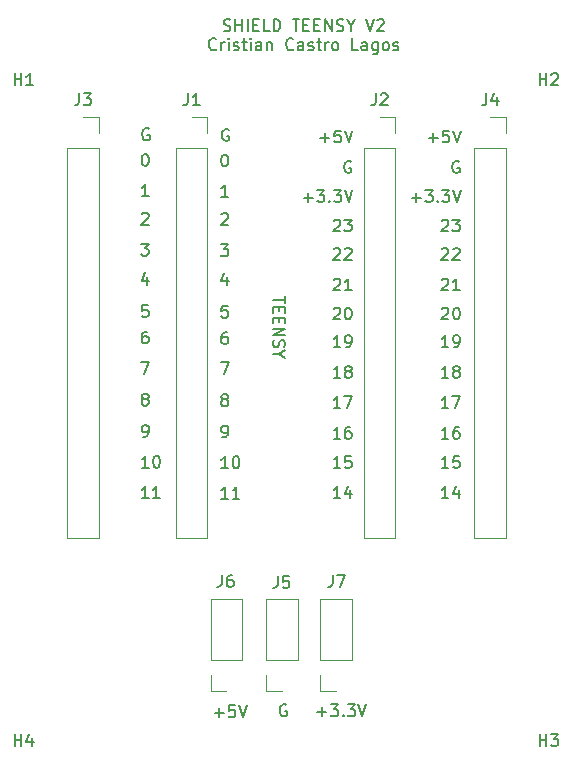
<source format=gbr>
%TF.GenerationSoftware,KiCad,Pcbnew,(6.0.9)*%
%TF.CreationDate,2024-12-27T08:11:02-03:00*%
%TF.ProjectId,shield teensy_v2,73686965-6c64-4207-9465-656e73795f76,rev?*%
%TF.SameCoordinates,Original*%
%TF.FileFunction,Legend,Top*%
%TF.FilePolarity,Positive*%
%FSLAX46Y46*%
G04 Gerber Fmt 4.6, Leading zero omitted, Abs format (unit mm)*
G04 Created by KiCad (PCBNEW (6.0.9)) date 2024-12-27 08:11:02*
%MOMM*%
%LPD*%
G01*
G04 APERTURE LIST*
%ADD10C,0.150000*%
%ADD11C,0.120000*%
G04 APERTURE END LIST*
D10*
X177030237Y-107968094D02*
X176458809Y-107968094D01*
X176744523Y-107968094D02*
X176744523Y-106968094D01*
X176649285Y-107110952D01*
X176554047Y-107206190D01*
X176458809Y-107253809D01*
X177887380Y-107301428D02*
X177887380Y-107968094D01*
X177649285Y-106920475D02*
X177411190Y-107634761D01*
X178030237Y-107634761D01*
X185614524Y-89487619D02*
X185662143Y-89440000D01*
X185757381Y-89392380D01*
X185995476Y-89392380D01*
X186090714Y-89440000D01*
X186138333Y-89487619D01*
X186185952Y-89582857D01*
X186185952Y-89678095D01*
X186138333Y-89820952D01*
X185566905Y-90392380D01*
X186185952Y-90392380D01*
X187138333Y-90392380D02*
X186566905Y-90392380D01*
X186852619Y-90392380D02*
X186852619Y-89392380D01*
X186757381Y-89535238D01*
X186662143Y-89630476D01*
X186566905Y-89678095D01*
X185614524Y-86912619D02*
X185662143Y-86865000D01*
X185757381Y-86817380D01*
X185995476Y-86817380D01*
X186090714Y-86865000D01*
X186138333Y-86912619D01*
X186185952Y-87007857D01*
X186185952Y-87103095D01*
X186138333Y-87245952D01*
X185566905Y-87817380D01*
X186185952Y-87817380D01*
X186566905Y-86912619D02*
X186614524Y-86865000D01*
X186709762Y-86817380D01*
X186947857Y-86817380D01*
X187043095Y-86865000D01*
X187090714Y-86912619D01*
X187138333Y-87007857D01*
X187138333Y-87103095D01*
X187090714Y-87245952D01*
X186519286Y-87817380D01*
X187138333Y-87817380D01*
X183075715Y-82521428D02*
X183837619Y-82521428D01*
X183456667Y-82902380D02*
X183456667Y-82140476D01*
X184218572Y-81902380D02*
X184837619Y-81902380D01*
X184504286Y-82283333D01*
X184647143Y-82283333D01*
X184742381Y-82330952D01*
X184790000Y-82378571D01*
X184837619Y-82473809D01*
X184837619Y-82711904D01*
X184790000Y-82807142D01*
X184742381Y-82854761D01*
X184647143Y-82902380D01*
X184361429Y-82902380D01*
X184266191Y-82854761D01*
X184218572Y-82807142D01*
X185266191Y-82807142D02*
X185313810Y-82854761D01*
X185266191Y-82902380D01*
X185218572Y-82854761D01*
X185266191Y-82807142D01*
X185266191Y-82902380D01*
X185647143Y-81902380D02*
X186266191Y-81902380D01*
X185932857Y-82283333D01*
X186075715Y-82283333D01*
X186170953Y-82330952D01*
X186218572Y-82378571D01*
X186266191Y-82473809D01*
X186266191Y-82711904D01*
X186218572Y-82807142D01*
X186170953Y-82854761D01*
X186075715Y-82902380D01*
X185790000Y-82902380D01*
X185694762Y-82854761D01*
X185647143Y-82807142D01*
X186551905Y-81902380D02*
X186885238Y-82902380D01*
X187218572Y-81902380D01*
X160462380Y-78842380D02*
X160557619Y-78842380D01*
X160652857Y-78890000D01*
X160700476Y-78937619D01*
X160748095Y-79032857D01*
X160795714Y-79223333D01*
X160795714Y-79461428D01*
X160748095Y-79651904D01*
X160700476Y-79747142D01*
X160652857Y-79794761D01*
X160557619Y-79842380D01*
X160462380Y-79842380D01*
X160367142Y-79794761D01*
X160319523Y-79747142D01*
X160271904Y-79651904D01*
X160224285Y-79461428D01*
X160224285Y-79223333D01*
X160271904Y-79032857D01*
X160319523Y-78937619D01*
X160367142Y-78890000D01*
X160462380Y-78842380D01*
X186185952Y-105417380D02*
X185614524Y-105417380D01*
X185900238Y-105417380D02*
X185900238Y-104417380D01*
X185805000Y-104560238D01*
X185709762Y-104655476D01*
X185614524Y-104703095D01*
X187090714Y-104417380D02*
X186614524Y-104417380D01*
X186566905Y-104893571D01*
X186614524Y-104845952D01*
X186709762Y-104798333D01*
X186947857Y-104798333D01*
X187043095Y-104845952D01*
X187090714Y-104893571D01*
X187138333Y-104988809D01*
X187138333Y-105226904D01*
X187090714Y-105322142D01*
X187043095Y-105369761D01*
X186947857Y-105417380D01*
X186709762Y-105417380D01*
X186614524Y-105369761D01*
X186566905Y-105322142D01*
X177919999Y-79475714D02*
X177824761Y-79428094D01*
X177681904Y-79428094D01*
X177539047Y-79475714D01*
X177443809Y-79570952D01*
X177396190Y-79666190D01*
X177348571Y-79856666D01*
X177348571Y-79999523D01*
X177396190Y-80189999D01*
X177443809Y-80285237D01*
X177539047Y-80380475D01*
X177681904Y-80428094D01*
X177777142Y-80428094D01*
X177919999Y-80380475D01*
X177967618Y-80332856D01*
X177967618Y-79999523D01*
X177777142Y-79999523D01*
X167529523Y-105437380D02*
X166958095Y-105437380D01*
X167243809Y-105437380D02*
X167243809Y-104437380D01*
X167148571Y-104580238D01*
X167053333Y-104675476D01*
X166958095Y-104723095D01*
X168148571Y-104437380D02*
X168243809Y-104437380D01*
X168339047Y-104485000D01*
X168386666Y-104532619D01*
X168434285Y-104627857D01*
X168481904Y-104818333D01*
X168481904Y-105056428D01*
X168434285Y-105246904D01*
X168386666Y-105342142D01*
X168339047Y-105389761D01*
X168243809Y-105437380D01*
X168148571Y-105437380D01*
X168053333Y-105389761D01*
X168005714Y-105342142D01*
X167958095Y-105246904D01*
X167910476Y-105056428D01*
X167910476Y-104818333D01*
X167958095Y-104627857D01*
X168005714Y-104532619D01*
X168053333Y-104485000D01*
X168148571Y-104437380D01*
X167144285Y-68389761D02*
X167287142Y-68437380D01*
X167525238Y-68437380D01*
X167620476Y-68389761D01*
X167668095Y-68342142D01*
X167715714Y-68246904D01*
X167715714Y-68151666D01*
X167668095Y-68056428D01*
X167620476Y-68008809D01*
X167525238Y-67961190D01*
X167334761Y-67913571D01*
X167239523Y-67865952D01*
X167191904Y-67818333D01*
X167144285Y-67723095D01*
X167144285Y-67627857D01*
X167191904Y-67532619D01*
X167239523Y-67485000D01*
X167334761Y-67437380D01*
X167572857Y-67437380D01*
X167715714Y-67485000D01*
X168144285Y-68437380D02*
X168144285Y-67437380D01*
X168144285Y-67913571D02*
X168715714Y-67913571D01*
X168715714Y-68437380D02*
X168715714Y-67437380D01*
X169191904Y-68437380D02*
X169191904Y-67437380D01*
X169668095Y-67913571D02*
X170001428Y-67913571D01*
X170144285Y-68437380D02*
X169668095Y-68437380D01*
X169668095Y-67437380D01*
X170144285Y-67437380D01*
X171049047Y-68437380D02*
X170572857Y-68437380D01*
X170572857Y-67437380D01*
X171382380Y-68437380D02*
X171382380Y-67437380D01*
X171620476Y-67437380D01*
X171763333Y-67485000D01*
X171858571Y-67580238D01*
X171906190Y-67675476D01*
X171953809Y-67865952D01*
X171953809Y-68008809D01*
X171906190Y-68199285D01*
X171858571Y-68294523D01*
X171763333Y-68389761D01*
X171620476Y-68437380D01*
X171382380Y-68437380D01*
X173001428Y-67437380D02*
X173572857Y-67437380D01*
X173287142Y-68437380D02*
X173287142Y-67437380D01*
X173906190Y-67913571D02*
X174239523Y-67913571D01*
X174382380Y-68437380D02*
X173906190Y-68437380D01*
X173906190Y-67437380D01*
X174382380Y-67437380D01*
X174810952Y-67913571D02*
X175144285Y-67913571D01*
X175287142Y-68437380D02*
X174810952Y-68437380D01*
X174810952Y-67437380D01*
X175287142Y-67437380D01*
X175715714Y-68437380D02*
X175715714Y-67437380D01*
X176287142Y-68437380D01*
X176287142Y-67437380D01*
X176715714Y-68389761D02*
X176858571Y-68437380D01*
X177096666Y-68437380D01*
X177191904Y-68389761D01*
X177239523Y-68342142D01*
X177287142Y-68246904D01*
X177287142Y-68151666D01*
X177239523Y-68056428D01*
X177191904Y-68008809D01*
X177096666Y-67961190D01*
X176906190Y-67913571D01*
X176810952Y-67865952D01*
X176763333Y-67818333D01*
X176715714Y-67723095D01*
X176715714Y-67627857D01*
X176763333Y-67532619D01*
X176810952Y-67485000D01*
X176906190Y-67437380D01*
X177144285Y-67437380D01*
X177287142Y-67485000D01*
X177906190Y-67961190D02*
X177906190Y-68437380D01*
X177572857Y-67437380D02*
X177906190Y-67961190D01*
X178239523Y-67437380D01*
X179191904Y-67437380D02*
X179525238Y-68437380D01*
X179858571Y-67437380D01*
X180144285Y-67532619D02*
X180191904Y-67485000D01*
X180287142Y-67437380D01*
X180525238Y-67437380D01*
X180620476Y-67485000D01*
X180668095Y-67532619D01*
X180715714Y-67627857D01*
X180715714Y-67723095D01*
X180668095Y-67865952D01*
X180096666Y-68437380D01*
X180715714Y-68437380D01*
X166525238Y-69952142D02*
X166477619Y-69999761D01*
X166334761Y-70047380D01*
X166239523Y-70047380D01*
X166096666Y-69999761D01*
X166001428Y-69904523D01*
X165953809Y-69809285D01*
X165906190Y-69618809D01*
X165906190Y-69475952D01*
X165953809Y-69285476D01*
X166001428Y-69190238D01*
X166096666Y-69095000D01*
X166239523Y-69047380D01*
X166334761Y-69047380D01*
X166477619Y-69095000D01*
X166525238Y-69142619D01*
X166953809Y-70047380D02*
X166953809Y-69380714D01*
X166953809Y-69571190D02*
X167001428Y-69475952D01*
X167049047Y-69428333D01*
X167144285Y-69380714D01*
X167239523Y-69380714D01*
X167572857Y-70047380D02*
X167572857Y-69380714D01*
X167572857Y-69047380D02*
X167525238Y-69095000D01*
X167572857Y-69142619D01*
X167620476Y-69095000D01*
X167572857Y-69047380D01*
X167572857Y-69142619D01*
X168001428Y-69999761D02*
X168096666Y-70047380D01*
X168287142Y-70047380D01*
X168382380Y-69999761D01*
X168430000Y-69904523D01*
X168430000Y-69856904D01*
X168382380Y-69761666D01*
X168287142Y-69714047D01*
X168144285Y-69714047D01*
X168049047Y-69666428D01*
X168001428Y-69571190D01*
X168001428Y-69523571D01*
X168049047Y-69428333D01*
X168144285Y-69380714D01*
X168287142Y-69380714D01*
X168382380Y-69428333D01*
X168715714Y-69380714D02*
X169096666Y-69380714D01*
X168858571Y-69047380D02*
X168858571Y-69904523D01*
X168906190Y-69999761D01*
X169001428Y-70047380D01*
X169096666Y-70047380D01*
X169430000Y-70047380D02*
X169430000Y-69380714D01*
X169430000Y-69047380D02*
X169382380Y-69095000D01*
X169430000Y-69142619D01*
X169477619Y-69095000D01*
X169430000Y-69047380D01*
X169430000Y-69142619D01*
X170334761Y-70047380D02*
X170334761Y-69523571D01*
X170287142Y-69428333D01*
X170191904Y-69380714D01*
X170001428Y-69380714D01*
X169906190Y-69428333D01*
X170334761Y-69999761D02*
X170239523Y-70047380D01*
X170001428Y-70047380D01*
X169906190Y-69999761D01*
X169858571Y-69904523D01*
X169858571Y-69809285D01*
X169906190Y-69714047D01*
X170001428Y-69666428D01*
X170239523Y-69666428D01*
X170334761Y-69618809D01*
X170810952Y-69380714D02*
X170810952Y-70047380D01*
X170810952Y-69475952D02*
X170858571Y-69428333D01*
X170953809Y-69380714D01*
X171096666Y-69380714D01*
X171191904Y-69428333D01*
X171239523Y-69523571D01*
X171239523Y-70047380D01*
X173049047Y-69952142D02*
X173001428Y-69999761D01*
X172858571Y-70047380D01*
X172763333Y-70047380D01*
X172620476Y-69999761D01*
X172525238Y-69904523D01*
X172477619Y-69809285D01*
X172430000Y-69618809D01*
X172430000Y-69475952D01*
X172477619Y-69285476D01*
X172525238Y-69190238D01*
X172620476Y-69095000D01*
X172763333Y-69047380D01*
X172858571Y-69047380D01*
X173001428Y-69095000D01*
X173049047Y-69142619D01*
X173906190Y-70047380D02*
X173906190Y-69523571D01*
X173858571Y-69428333D01*
X173763333Y-69380714D01*
X173572857Y-69380714D01*
X173477619Y-69428333D01*
X173906190Y-69999761D02*
X173810952Y-70047380D01*
X173572857Y-70047380D01*
X173477619Y-69999761D01*
X173430000Y-69904523D01*
X173430000Y-69809285D01*
X173477619Y-69714047D01*
X173572857Y-69666428D01*
X173810952Y-69666428D01*
X173906190Y-69618809D01*
X174334761Y-69999761D02*
X174430000Y-70047380D01*
X174620476Y-70047380D01*
X174715714Y-69999761D01*
X174763333Y-69904523D01*
X174763333Y-69856904D01*
X174715714Y-69761666D01*
X174620476Y-69714047D01*
X174477619Y-69714047D01*
X174382380Y-69666428D01*
X174334761Y-69571190D01*
X174334761Y-69523571D01*
X174382380Y-69428333D01*
X174477619Y-69380714D01*
X174620476Y-69380714D01*
X174715714Y-69428333D01*
X175049047Y-69380714D02*
X175430000Y-69380714D01*
X175191904Y-69047380D02*
X175191904Y-69904523D01*
X175239523Y-69999761D01*
X175334761Y-70047380D01*
X175430000Y-70047380D01*
X175763333Y-70047380D02*
X175763333Y-69380714D01*
X175763333Y-69571190D02*
X175810952Y-69475952D01*
X175858571Y-69428333D01*
X175953809Y-69380714D01*
X176049047Y-69380714D01*
X176525238Y-70047380D02*
X176430000Y-69999761D01*
X176382380Y-69952142D01*
X176334761Y-69856904D01*
X176334761Y-69571190D01*
X176382380Y-69475952D01*
X176430000Y-69428333D01*
X176525238Y-69380714D01*
X176668095Y-69380714D01*
X176763333Y-69428333D01*
X176810952Y-69475952D01*
X176858571Y-69571190D01*
X176858571Y-69856904D01*
X176810952Y-69952142D01*
X176763333Y-69999761D01*
X176668095Y-70047380D01*
X176525238Y-70047380D01*
X178525238Y-70047380D02*
X178049047Y-70047380D01*
X178049047Y-69047380D01*
X179287142Y-70047380D02*
X179287142Y-69523571D01*
X179239523Y-69428333D01*
X179144285Y-69380714D01*
X178953809Y-69380714D01*
X178858571Y-69428333D01*
X179287142Y-69999761D02*
X179191904Y-70047380D01*
X178953809Y-70047380D01*
X178858571Y-69999761D01*
X178810952Y-69904523D01*
X178810952Y-69809285D01*
X178858571Y-69714047D01*
X178953809Y-69666428D01*
X179191904Y-69666428D01*
X179287142Y-69618809D01*
X180191904Y-69380714D02*
X180191904Y-70190238D01*
X180144285Y-70285476D01*
X180096666Y-70333095D01*
X180001428Y-70380714D01*
X179858571Y-70380714D01*
X179763333Y-70333095D01*
X180191904Y-69999761D02*
X180096666Y-70047380D01*
X179906190Y-70047380D01*
X179810952Y-69999761D01*
X179763333Y-69952142D01*
X179715714Y-69856904D01*
X179715714Y-69571190D01*
X179763333Y-69475952D01*
X179810952Y-69428333D01*
X179906190Y-69380714D01*
X180096666Y-69380714D01*
X180191904Y-69428333D01*
X180810952Y-70047380D02*
X180715714Y-69999761D01*
X180668095Y-69952142D01*
X180620476Y-69856904D01*
X180620476Y-69571190D01*
X180668095Y-69475952D01*
X180715714Y-69428333D01*
X180810952Y-69380714D01*
X180953809Y-69380714D01*
X181049047Y-69428333D01*
X181096666Y-69475952D01*
X181144285Y-69571190D01*
X181144285Y-69856904D01*
X181096666Y-69952142D01*
X181049047Y-69999761D01*
X180953809Y-70047380D01*
X180810952Y-70047380D01*
X181525238Y-69999761D02*
X181620476Y-70047380D01*
X181810952Y-70047380D01*
X181906190Y-69999761D01*
X181953809Y-69904523D01*
X181953809Y-69856904D01*
X181906190Y-69761666D01*
X181810952Y-69714047D01*
X181668095Y-69714047D01*
X181572857Y-69666428D01*
X181525238Y-69571190D01*
X181525238Y-69523571D01*
X181572857Y-69428333D01*
X181668095Y-69380714D01*
X181810952Y-69380714D01*
X181906190Y-69428333D01*
X167434285Y-93912380D02*
X167243809Y-93912380D01*
X167148570Y-93960000D01*
X167100951Y-94007619D01*
X167005713Y-94150476D01*
X166958094Y-94340952D01*
X166958094Y-94721904D01*
X167005713Y-94817142D01*
X167053332Y-94864761D01*
X167148570Y-94912380D01*
X167339047Y-94912380D01*
X167434285Y-94864761D01*
X167481904Y-94817142D01*
X167529523Y-94721904D01*
X167529523Y-94483809D01*
X167481904Y-94388571D01*
X167434285Y-94340952D01*
X167339047Y-94293333D01*
X167148570Y-94293333D01*
X167053332Y-94340952D01*
X167005713Y-94388571D01*
X166958094Y-94483809D01*
X184504285Y-77471428D02*
X185266190Y-77471428D01*
X184885238Y-77852380D02*
X184885238Y-77090476D01*
X186218571Y-76852380D02*
X185742380Y-76852380D01*
X185694761Y-77328571D01*
X185742380Y-77280952D01*
X185837619Y-77233333D01*
X186075714Y-77233333D01*
X186170952Y-77280952D01*
X186218571Y-77328571D01*
X186266190Y-77423809D01*
X186266190Y-77661904D01*
X186218571Y-77757142D01*
X186170952Y-77804761D01*
X186075714Y-77852380D01*
X185837619Y-77852380D01*
X185742380Y-77804761D01*
X185694761Y-77757142D01*
X186551904Y-76852380D02*
X186885238Y-77852380D01*
X187218571Y-76852380D01*
X166910475Y-86487380D02*
X167529523Y-86487380D01*
X167196189Y-86868333D01*
X167339047Y-86868333D01*
X167434285Y-86915952D01*
X167481904Y-86963571D01*
X167529523Y-87058809D01*
X167529523Y-87296904D01*
X167481904Y-87392142D01*
X167434285Y-87439761D01*
X167339047Y-87487380D01*
X167053332Y-87487380D01*
X166958094Y-87439761D01*
X166910475Y-87392142D01*
X186185952Y-107967380D02*
X185614524Y-107967380D01*
X185900238Y-107967380D02*
X185900238Y-106967380D01*
X185805000Y-107110238D01*
X185709762Y-107205476D01*
X185614524Y-107253095D01*
X187043095Y-107300714D02*
X187043095Y-107967380D01*
X186805000Y-106919761D02*
X186566905Y-107634047D01*
X187185952Y-107634047D01*
X175090000Y-126061428D02*
X175851904Y-126061428D01*
X175470952Y-126442380D02*
X175470952Y-125680476D01*
X176232857Y-125442380D02*
X176851904Y-125442380D01*
X176518571Y-125823333D01*
X176661428Y-125823333D01*
X176756666Y-125870952D01*
X176804285Y-125918571D01*
X176851904Y-126013809D01*
X176851904Y-126251904D01*
X176804285Y-126347142D01*
X176756666Y-126394761D01*
X176661428Y-126442380D01*
X176375714Y-126442380D01*
X176280476Y-126394761D01*
X176232857Y-126347142D01*
X177280476Y-126347142D02*
X177328095Y-126394761D01*
X177280476Y-126442380D01*
X177232857Y-126394761D01*
X177280476Y-126347142D01*
X177280476Y-126442380D01*
X177661428Y-125442380D02*
X178280476Y-125442380D01*
X177947142Y-125823333D01*
X178090000Y-125823333D01*
X178185238Y-125870952D01*
X178232857Y-125918571D01*
X178280476Y-126013809D01*
X178280476Y-126251904D01*
X178232857Y-126347142D01*
X178185238Y-126394761D01*
X178090000Y-126442380D01*
X177804285Y-126442380D01*
X177709047Y-126394761D01*
X177661428Y-126347142D01*
X178566190Y-125442380D02*
X178899523Y-126442380D01*
X179232857Y-125442380D01*
X167529523Y-82437380D02*
X166958094Y-82437380D01*
X167243809Y-82437380D02*
X167243809Y-81437380D01*
X167148570Y-81580238D01*
X167053332Y-81675476D01*
X166958094Y-81723095D01*
X167148570Y-99615952D02*
X167053332Y-99568333D01*
X167005713Y-99520714D01*
X166958094Y-99425476D01*
X166958094Y-99377857D01*
X167005713Y-99282619D01*
X167053332Y-99235000D01*
X167148570Y-99187380D01*
X167339047Y-99187380D01*
X167434285Y-99235000D01*
X167481904Y-99282619D01*
X167529523Y-99377857D01*
X167529523Y-99425476D01*
X167481904Y-99520714D01*
X167434285Y-99568333D01*
X167339047Y-99615952D01*
X167148570Y-99615952D01*
X167053332Y-99663571D01*
X167005713Y-99711190D01*
X166958094Y-99806428D01*
X166958094Y-99996904D01*
X167005713Y-100092142D01*
X167053332Y-100139761D01*
X167148570Y-100187380D01*
X167339047Y-100187380D01*
X167434285Y-100139761D01*
X167481904Y-100092142D01*
X167529523Y-99996904D01*
X167529523Y-99806428D01*
X167481904Y-99711190D01*
X167434285Y-99663571D01*
X167339047Y-99615952D01*
X167529523Y-108012380D02*
X166958095Y-108012380D01*
X167243809Y-108012380D02*
X167243809Y-107012380D01*
X167148571Y-107155238D01*
X167053333Y-107250476D01*
X166958095Y-107298095D01*
X168481904Y-108012380D02*
X167910476Y-108012380D01*
X168196190Y-108012380D02*
X168196190Y-107012380D01*
X168100952Y-107155238D01*
X168005714Y-107250476D01*
X167910476Y-107298095D01*
X160176666Y-96442380D02*
X160843333Y-96442380D01*
X160414761Y-97442380D01*
X160700476Y-89225714D02*
X160700476Y-89892380D01*
X160462380Y-88844761D02*
X160224285Y-89559047D01*
X160843333Y-89559047D01*
X160833095Y-76720000D02*
X160737857Y-76672380D01*
X160595000Y-76672380D01*
X160452143Y-76720000D01*
X160356905Y-76815238D01*
X160309286Y-76910476D01*
X160261667Y-77100952D01*
X160261667Y-77243809D01*
X160309286Y-77434285D01*
X160356905Y-77529523D01*
X160452143Y-77624761D01*
X160595000Y-77672380D01*
X160690238Y-77672380D01*
X160833095Y-77624761D01*
X160880714Y-77577142D01*
X160880714Y-77243809D01*
X160690238Y-77243809D01*
X160224285Y-83912619D02*
X160271904Y-83865000D01*
X160367142Y-83817380D01*
X160605238Y-83817380D01*
X160700476Y-83865000D01*
X160748095Y-83912619D01*
X160795714Y-84007857D01*
X160795714Y-84103095D01*
X160748095Y-84245952D01*
X160176666Y-84817380D01*
X160795714Y-84817380D01*
X176458809Y-86913333D02*
X176506428Y-86865714D01*
X176601666Y-86818094D01*
X176839761Y-86818094D01*
X176934999Y-86865714D01*
X176982618Y-86913333D01*
X177030237Y-87008571D01*
X177030237Y-87103809D01*
X176982618Y-87246666D01*
X176411190Y-87818094D01*
X177030237Y-87818094D01*
X177411190Y-86913333D02*
X177458809Y-86865714D01*
X177554047Y-86818094D01*
X177792142Y-86818094D01*
X177887380Y-86865714D01*
X177934999Y-86913333D01*
X177982618Y-87008571D01*
X177982618Y-87103809D01*
X177934999Y-87246666D01*
X177363571Y-87818094D01*
X177982618Y-87818094D01*
X167434285Y-89270714D02*
X167434285Y-89937380D01*
X167196189Y-88889761D02*
X166958094Y-89604047D01*
X167577142Y-89604047D01*
X175348570Y-77472142D02*
X176110475Y-77472142D01*
X175729523Y-77853094D02*
X175729523Y-77091190D01*
X177062856Y-76853094D02*
X176586665Y-76853094D01*
X176539046Y-77329285D01*
X176586665Y-77281666D01*
X176681904Y-77234047D01*
X176919999Y-77234047D01*
X177015237Y-77281666D01*
X177062856Y-77329285D01*
X177110475Y-77424523D01*
X177110475Y-77662618D01*
X177062856Y-77757856D01*
X177015237Y-77805475D01*
X176919999Y-77853094D01*
X176681904Y-77853094D01*
X176586665Y-77805475D01*
X176539046Y-77757856D01*
X177396189Y-76853094D02*
X177729523Y-77853094D01*
X178062856Y-76853094D01*
X177030237Y-102943094D02*
X176458809Y-102943094D01*
X176744523Y-102943094D02*
X176744523Y-101943094D01*
X176649285Y-102085952D01*
X176554047Y-102181190D01*
X176458809Y-102228809D01*
X177887380Y-101943094D02*
X177696904Y-101943094D01*
X177601666Y-101990714D01*
X177554047Y-102038333D01*
X177458809Y-102181190D01*
X177411190Y-102371666D01*
X177411190Y-102752618D01*
X177458809Y-102847856D01*
X177506428Y-102895475D01*
X177601666Y-102943094D01*
X177792142Y-102943094D01*
X177887380Y-102895475D01*
X177934999Y-102847856D01*
X177982618Y-102752618D01*
X177982618Y-102514523D01*
X177934999Y-102419285D01*
X177887380Y-102371666D01*
X177792142Y-102324047D01*
X177601666Y-102324047D01*
X177506428Y-102371666D01*
X177458809Y-102419285D01*
X177411190Y-102514523D01*
X167566904Y-76765000D02*
X167471666Y-76717380D01*
X167328809Y-76717380D01*
X167185952Y-76765000D01*
X167090714Y-76860238D01*
X167043095Y-76955476D01*
X166995476Y-77145952D01*
X166995476Y-77288809D01*
X167043095Y-77479285D01*
X167090714Y-77574523D01*
X167185952Y-77669761D01*
X167328809Y-77717380D01*
X167424047Y-77717380D01*
X167566904Y-77669761D01*
X167614523Y-77622142D01*
X167614523Y-77288809D01*
X167424047Y-77288809D01*
X177030237Y-105418094D02*
X176458809Y-105418094D01*
X176744523Y-105418094D02*
X176744523Y-104418094D01*
X176649285Y-104560952D01*
X176554047Y-104656190D01*
X176458809Y-104703809D01*
X177934999Y-104418094D02*
X177458809Y-104418094D01*
X177411190Y-104894285D01*
X177458809Y-104846666D01*
X177554047Y-104799047D01*
X177792142Y-104799047D01*
X177887380Y-104846666D01*
X177934999Y-104894285D01*
X177982618Y-104989523D01*
X177982618Y-105227618D01*
X177934999Y-105322856D01*
X177887380Y-105370475D01*
X177792142Y-105418094D01*
X177554047Y-105418094D01*
X177458809Y-105370475D01*
X177411190Y-105322856D01*
X177030237Y-100368094D02*
X176458809Y-100368094D01*
X176744523Y-100368094D02*
X176744523Y-99368094D01*
X176649285Y-99510952D01*
X176554047Y-99606190D01*
X176458809Y-99653809D01*
X177363571Y-99368094D02*
X178030237Y-99368094D01*
X177601666Y-100368094D01*
X187075714Y-79475000D02*
X186980476Y-79427380D01*
X186837619Y-79427380D01*
X186694762Y-79475000D01*
X186599524Y-79570238D01*
X186551905Y-79665476D01*
X186504286Y-79855952D01*
X186504286Y-79998809D01*
X186551905Y-80189285D01*
X186599524Y-80284523D01*
X186694762Y-80379761D01*
X186837619Y-80427380D01*
X186932857Y-80427380D01*
X187075714Y-80379761D01*
X187123333Y-80332142D01*
X187123333Y-79998809D01*
X186932857Y-79998809D01*
X160795714Y-105392380D02*
X160224286Y-105392380D01*
X160510000Y-105392380D02*
X160510000Y-104392380D01*
X160414762Y-104535238D01*
X160319524Y-104630476D01*
X160224286Y-104678095D01*
X161414762Y-104392380D02*
X161510000Y-104392380D01*
X161605238Y-104440000D01*
X161652857Y-104487619D01*
X161700476Y-104582857D01*
X161748095Y-104773333D01*
X161748095Y-105011428D01*
X161700476Y-105201904D01*
X161652857Y-105297142D01*
X161605238Y-105344761D01*
X161510000Y-105392380D01*
X161414762Y-105392380D01*
X161319524Y-105344761D01*
X161271905Y-105297142D01*
X161224286Y-105201904D01*
X161176667Y-105011428D01*
X161176667Y-104773333D01*
X161224286Y-104582857D01*
X161271905Y-104487619D01*
X161319524Y-104440000D01*
X161414762Y-104392380D01*
X176458809Y-91938333D02*
X176506428Y-91890714D01*
X176601666Y-91843094D01*
X176839761Y-91843094D01*
X176934999Y-91890714D01*
X176982618Y-91938333D01*
X177030237Y-92033571D01*
X177030237Y-92128809D01*
X176982618Y-92271666D01*
X176411190Y-92843094D01*
X177030237Y-92843094D01*
X177649285Y-91843094D02*
X177744523Y-91843094D01*
X177839761Y-91890714D01*
X177887380Y-91938333D01*
X177934999Y-92033571D01*
X177982618Y-92224047D01*
X177982618Y-92462142D01*
X177934999Y-92652618D01*
X177887380Y-92747856D01*
X177839761Y-92795475D01*
X177744523Y-92843094D01*
X177649285Y-92843094D01*
X177554047Y-92795475D01*
X177506428Y-92747856D01*
X177458809Y-92652618D01*
X177411190Y-92462142D01*
X177411190Y-92224047D01*
X177458809Y-92033571D01*
X177506428Y-91938333D01*
X177554047Y-91890714D01*
X177649285Y-91843094D01*
X186185952Y-95192380D02*
X185614524Y-95192380D01*
X185900238Y-95192380D02*
X185900238Y-94192380D01*
X185805000Y-94335238D01*
X185709762Y-94430476D01*
X185614524Y-94478095D01*
X186662143Y-95192380D02*
X186852619Y-95192380D01*
X186947857Y-95144761D01*
X186995476Y-95097142D01*
X187090714Y-94954285D01*
X187138333Y-94763809D01*
X187138333Y-94382857D01*
X187090714Y-94287619D01*
X187043095Y-94240000D01*
X186947857Y-94192380D01*
X186757381Y-94192380D01*
X186662143Y-94240000D01*
X186614524Y-94287619D01*
X186566905Y-94382857D01*
X186566905Y-94620952D01*
X186614524Y-94716190D01*
X186662143Y-94763809D01*
X186757381Y-94811428D01*
X186947857Y-94811428D01*
X187043095Y-94763809D01*
X187090714Y-94716190D01*
X187138333Y-94620952D01*
X167196189Y-78887380D02*
X167291428Y-78887380D01*
X167386666Y-78935000D01*
X167434285Y-78982619D01*
X167481904Y-79077857D01*
X167529523Y-79268333D01*
X167529523Y-79506428D01*
X167481904Y-79696904D01*
X167434285Y-79792142D01*
X167386666Y-79839761D01*
X167291428Y-79887380D01*
X167196189Y-79887380D01*
X167100951Y-79839761D01*
X167053332Y-79792142D01*
X167005713Y-79696904D01*
X166958094Y-79506428D01*
X166958094Y-79268333D01*
X167005713Y-79077857D01*
X167053332Y-78982619D01*
X167100951Y-78935000D01*
X167196189Y-78887380D01*
X166958094Y-83957619D02*
X167005713Y-83910000D01*
X167100951Y-83862380D01*
X167339047Y-83862380D01*
X167434285Y-83910000D01*
X167481904Y-83957619D01*
X167529523Y-84052857D01*
X167529523Y-84148095D01*
X167481904Y-84290952D01*
X166910475Y-84862380D01*
X167529523Y-84862380D01*
X172461904Y-125490000D02*
X172366666Y-125442380D01*
X172223809Y-125442380D01*
X172080952Y-125490000D01*
X171985714Y-125585238D01*
X171938095Y-125680476D01*
X171890476Y-125870952D01*
X171890476Y-126013809D01*
X171938095Y-126204285D01*
X171985714Y-126299523D01*
X172080952Y-126394761D01*
X172223809Y-126442380D01*
X172319047Y-126442380D01*
X172461904Y-126394761D01*
X172509523Y-126347142D01*
X172509523Y-126013809D01*
X172319047Y-126013809D01*
X160176666Y-86442380D02*
X160795714Y-86442380D01*
X160462380Y-86823333D01*
X160605238Y-86823333D01*
X160700476Y-86870952D01*
X160748095Y-86918571D01*
X160795714Y-87013809D01*
X160795714Y-87251904D01*
X160748095Y-87347142D01*
X160700476Y-87394761D01*
X160605238Y-87442380D01*
X160319523Y-87442380D01*
X160224285Y-87394761D01*
X160176666Y-87347142D01*
X186185952Y-102942380D02*
X185614524Y-102942380D01*
X185900238Y-102942380D02*
X185900238Y-101942380D01*
X185805000Y-102085238D01*
X185709762Y-102180476D01*
X185614524Y-102228095D01*
X187043095Y-101942380D02*
X186852619Y-101942380D01*
X186757381Y-101990000D01*
X186709762Y-102037619D01*
X186614524Y-102180476D01*
X186566905Y-102370952D01*
X186566905Y-102751904D01*
X186614524Y-102847142D01*
X186662143Y-102894761D01*
X186757381Y-102942380D01*
X186947857Y-102942380D01*
X187043095Y-102894761D01*
X187090714Y-102847142D01*
X187138333Y-102751904D01*
X187138333Y-102513809D01*
X187090714Y-102418571D01*
X187043095Y-102370952D01*
X186947857Y-102323333D01*
X186757381Y-102323333D01*
X186662143Y-102370952D01*
X186614524Y-102418571D01*
X186566905Y-102513809D01*
X176458809Y-89488333D02*
X176506428Y-89440714D01*
X176601666Y-89393094D01*
X176839761Y-89393094D01*
X176934999Y-89440714D01*
X176982618Y-89488333D01*
X177030237Y-89583571D01*
X177030237Y-89678809D01*
X176982618Y-89821666D01*
X176411190Y-90393094D01*
X177030237Y-90393094D01*
X177982618Y-90393094D02*
X177411190Y-90393094D01*
X177696904Y-90393094D02*
X177696904Y-89393094D01*
X177601666Y-89535952D01*
X177506428Y-89631190D01*
X177411190Y-89678809D01*
X160795714Y-82392380D02*
X160224285Y-82392380D01*
X160510000Y-82392380D02*
X160510000Y-81392380D01*
X160414761Y-81535238D01*
X160319523Y-81630476D01*
X160224285Y-81678095D01*
X186185952Y-97792380D02*
X185614524Y-97792380D01*
X185900238Y-97792380D02*
X185900238Y-96792380D01*
X185805000Y-96935238D01*
X185709762Y-97030476D01*
X185614524Y-97078095D01*
X186757381Y-97220952D02*
X186662143Y-97173333D01*
X186614524Y-97125714D01*
X186566905Y-97030476D01*
X186566905Y-96982857D01*
X186614524Y-96887619D01*
X186662143Y-96840000D01*
X186757381Y-96792380D01*
X186947857Y-96792380D01*
X187043095Y-96840000D01*
X187090714Y-96887619D01*
X187138333Y-96982857D01*
X187138333Y-97030476D01*
X187090714Y-97125714D01*
X187043095Y-97173333D01*
X186947857Y-97220952D01*
X186757381Y-97220952D01*
X186662143Y-97268571D01*
X186614524Y-97316190D01*
X186566905Y-97411428D01*
X186566905Y-97601904D01*
X186614524Y-97697142D01*
X186662143Y-97744761D01*
X186757381Y-97792380D01*
X186947857Y-97792380D01*
X187043095Y-97744761D01*
X187090714Y-97697142D01*
X187138333Y-97601904D01*
X187138333Y-97411428D01*
X187090714Y-97316190D01*
X187043095Y-97268571D01*
X186947857Y-97220952D01*
X167053332Y-102837380D02*
X167243809Y-102837380D01*
X167339047Y-102789761D01*
X167386666Y-102742142D01*
X167481904Y-102599285D01*
X167529523Y-102408809D01*
X167529523Y-102027857D01*
X167481904Y-101932619D01*
X167434285Y-101885000D01*
X167339047Y-101837380D01*
X167148570Y-101837380D01*
X167053332Y-101885000D01*
X167005713Y-101932619D01*
X166958094Y-102027857D01*
X166958094Y-102265952D01*
X167005713Y-102361190D01*
X167053332Y-102408809D01*
X167148570Y-102456428D01*
X167339047Y-102456428D01*
X167434285Y-102408809D01*
X167481904Y-102361190D01*
X167529523Y-102265952D01*
X160748095Y-91642380D02*
X160271904Y-91642380D01*
X160224285Y-92118571D01*
X160271904Y-92070952D01*
X160367142Y-92023333D01*
X160605238Y-92023333D01*
X160700476Y-92070952D01*
X160748095Y-92118571D01*
X160795714Y-92213809D01*
X160795714Y-92451904D01*
X160748095Y-92547142D01*
X160700476Y-92594761D01*
X160605238Y-92642380D01*
X160367142Y-92642380D01*
X160271904Y-92594761D01*
X160224285Y-92547142D01*
X166910475Y-96487380D02*
X167577142Y-96487380D01*
X167148570Y-97487380D01*
X173920000Y-82522142D02*
X174681904Y-82522142D01*
X174300952Y-82903094D02*
X174300952Y-82141190D01*
X175062857Y-81903094D02*
X175681904Y-81903094D01*
X175348571Y-82284047D01*
X175491428Y-82284047D01*
X175586666Y-82331666D01*
X175634285Y-82379285D01*
X175681904Y-82474523D01*
X175681904Y-82712618D01*
X175634285Y-82807856D01*
X175586666Y-82855475D01*
X175491428Y-82903094D01*
X175205714Y-82903094D01*
X175110476Y-82855475D01*
X175062857Y-82807856D01*
X176110476Y-82807856D02*
X176158095Y-82855475D01*
X176110476Y-82903094D01*
X176062857Y-82855475D01*
X176110476Y-82807856D01*
X176110476Y-82903094D01*
X176491428Y-81903094D02*
X177110476Y-81903094D01*
X176777142Y-82284047D01*
X176920000Y-82284047D01*
X177015238Y-82331666D01*
X177062857Y-82379285D01*
X177110476Y-82474523D01*
X177110476Y-82712618D01*
X177062857Y-82807856D01*
X177015238Y-82855475D01*
X176920000Y-82903094D01*
X176634285Y-82903094D01*
X176539047Y-82855475D01*
X176491428Y-82807856D01*
X177396190Y-81903094D02*
X177729523Y-82903094D01*
X178062857Y-81903094D01*
X160414761Y-99570952D02*
X160319523Y-99523333D01*
X160271904Y-99475714D01*
X160224285Y-99380476D01*
X160224285Y-99332857D01*
X160271904Y-99237619D01*
X160319523Y-99190000D01*
X160414761Y-99142380D01*
X160605238Y-99142380D01*
X160700476Y-99190000D01*
X160748095Y-99237619D01*
X160795714Y-99332857D01*
X160795714Y-99380476D01*
X160748095Y-99475714D01*
X160700476Y-99523333D01*
X160605238Y-99570952D01*
X160414761Y-99570952D01*
X160319523Y-99618571D01*
X160271904Y-99666190D01*
X160224285Y-99761428D01*
X160224285Y-99951904D01*
X160271904Y-100047142D01*
X160319523Y-100094761D01*
X160414761Y-100142380D01*
X160605238Y-100142380D01*
X160700476Y-100094761D01*
X160748095Y-100047142D01*
X160795714Y-99951904D01*
X160795714Y-99761428D01*
X160748095Y-99666190D01*
X160700476Y-99618571D01*
X160605238Y-99570952D01*
X185614524Y-91937619D02*
X185662143Y-91890000D01*
X185757381Y-91842380D01*
X185995476Y-91842380D01*
X186090714Y-91890000D01*
X186138333Y-91937619D01*
X186185952Y-92032857D01*
X186185952Y-92128095D01*
X186138333Y-92270952D01*
X185566905Y-92842380D01*
X186185952Y-92842380D01*
X186805000Y-91842380D02*
X186900238Y-91842380D01*
X186995476Y-91890000D01*
X187043095Y-91937619D01*
X187090714Y-92032857D01*
X187138333Y-92223333D01*
X187138333Y-92461428D01*
X187090714Y-92651904D01*
X187043095Y-92747142D01*
X186995476Y-92794761D01*
X186900238Y-92842380D01*
X186805000Y-92842380D01*
X186709762Y-92794761D01*
X186662143Y-92747142D01*
X186614524Y-92651904D01*
X186566905Y-92461428D01*
X186566905Y-92223333D01*
X186614524Y-92032857D01*
X186662143Y-91937619D01*
X186709762Y-91890000D01*
X186805000Y-91842380D01*
X186185952Y-100367380D02*
X185614524Y-100367380D01*
X185900238Y-100367380D02*
X185900238Y-99367380D01*
X185805000Y-99510238D01*
X185709762Y-99605476D01*
X185614524Y-99653095D01*
X186519286Y-99367380D02*
X187185952Y-99367380D01*
X186757381Y-100367380D01*
X176458809Y-84488333D02*
X176506428Y-84440714D01*
X176601666Y-84393094D01*
X176839761Y-84393094D01*
X176934999Y-84440714D01*
X176982618Y-84488333D01*
X177030237Y-84583571D01*
X177030237Y-84678809D01*
X176982618Y-84821666D01*
X176411190Y-85393094D01*
X177030237Y-85393094D01*
X177363571Y-84393094D02*
X177982618Y-84393094D01*
X177649285Y-84774047D01*
X177792142Y-84774047D01*
X177887380Y-84821666D01*
X177934999Y-84869285D01*
X177982618Y-84964523D01*
X177982618Y-85202618D01*
X177934999Y-85297856D01*
X177887380Y-85345475D01*
X177792142Y-85393094D01*
X177506428Y-85393094D01*
X177411190Y-85345475D01*
X177363571Y-85297856D01*
X160795714Y-107967380D02*
X160224286Y-107967380D01*
X160510000Y-107967380D02*
X160510000Y-106967380D01*
X160414762Y-107110238D01*
X160319524Y-107205476D01*
X160224286Y-107253095D01*
X161748095Y-107967380D02*
X161176667Y-107967380D01*
X161462381Y-107967380D02*
X161462381Y-106967380D01*
X161367143Y-107110238D01*
X161271905Y-107205476D01*
X161176667Y-107253095D01*
X172338333Y-90901666D02*
X172338333Y-91473094D01*
X171338333Y-91187380D02*
X172338333Y-91187380D01*
X171862142Y-91806428D02*
X171862142Y-92139761D01*
X171338333Y-92282618D02*
X171338333Y-91806428D01*
X172338333Y-91806428D01*
X172338333Y-92282618D01*
X171862142Y-92711190D02*
X171862142Y-93044523D01*
X171338333Y-93187380D02*
X171338333Y-92711190D01*
X172338333Y-92711190D01*
X172338333Y-93187380D01*
X171338333Y-93615952D02*
X172338333Y-93615952D01*
X171338333Y-94187380D01*
X172338333Y-94187380D01*
X171385952Y-94615952D02*
X171338333Y-94758809D01*
X171338333Y-94996904D01*
X171385952Y-95092142D01*
X171433571Y-95139761D01*
X171528809Y-95187380D01*
X171624047Y-95187380D01*
X171719285Y-95139761D01*
X171766904Y-95092142D01*
X171814523Y-94996904D01*
X171862142Y-94806428D01*
X171909761Y-94711190D01*
X171957380Y-94663571D01*
X172052618Y-94615952D01*
X172147856Y-94615952D01*
X172243094Y-94663571D01*
X172290714Y-94711190D01*
X172338333Y-94806428D01*
X172338333Y-95044523D01*
X172290714Y-95187380D01*
X171814523Y-95806428D02*
X171338333Y-95806428D01*
X172338333Y-95473094D02*
X171814523Y-95806428D01*
X172338333Y-96139761D01*
X160319523Y-102792380D02*
X160510000Y-102792380D01*
X160605238Y-102744761D01*
X160652857Y-102697142D01*
X160748095Y-102554285D01*
X160795714Y-102363809D01*
X160795714Y-101982857D01*
X160748095Y-101887619D01*
X160700476Y-101840000D01*
X160605238Y-101792380D01*
X160414761Y-101792380D01*
X160319523Y-101840000D01*
X160271904Y-101887619D01*
X160224285Y-101982857D01*
X160224285Y-102220952D01*
X160271904Y-102316190D01*
X160319523Y-102363809D01*
X160414761Y-102411428D01*
X160605238Y-102411428D01*
X160700476Y-102363809D01*
X160748095Y-102316190D01*
X160795714Y-102220952D01*
X166394285Y-126141428D02*
X167156190Y-126141428D01*
X166775238Y-126522380D02*
X166775238Y-125760476D01*
X168108571Y-125522380D02*
X167632380Y-125522380D01*
X167584761Y-125998571D01*
X167632380Y-125950952D01*
X167727619Y-125903333D01*
X167965714Y-125903333D01*
X168060952Y-125950952D01*
X168108571Y-125998571D01*
X168156190Y-126093809D01*
X168156190Y-126331904D01*
X168108571Y-126427142D01*
X168060952Y-126474761D01*
X167965714Y-126522380D01*
X167727619Y-126522380D01*
X167632380Y-126474761D01*
X167584761Y-126427142D01*
X168441904Y-125522380D02*
X168775238Y-126522380D01*
X169108571Y-125522380D01*
X177030237Y-95193094D02*
X176458809Y-95193094D01*
X176744523Y-95193094D02*
X176744523Y-94193094D01*
X176649285Y-94335952D01*
X176554047Y-94431190D01*
X176458809Y-94478809D01*
X177506428Y-95193094D02*
X177696904Y-95193094D01*
X177792142Y-95145475D01*
X177839761Y-95097856D01*
X177934999Y-94954999D01*
X177982618Y-94764523D01*
X177982618Y-94383571D01*
X177934999Y-94288333D01*
X177887380Y-94240714D01*
X177792142Y-94193094D01*
X177601666Y-94193094D01*
X177506428Y-94240714D01*
X177458809Y-94288333D01*
X177411190Y-94383571D01*
X177411190Y-94621666D01*
X177458809Y-94716904D01*
X177506428Y-94764523D01*
X177601666Y-94812142D01*
X177792142Y-94812142D01*
X177887380Y-94764523D01*
X177934999Y-94716904D01*
X177982618Y-94621666D01*
X160700476Y-93867380D02*
X160510000Y-93867380D01*
X160414761Y-93915000D01*
X160367142Y-93962619D01*
X160271904Y-94105476D01*
X160224285Y-94295952D01*
X160224285Y-94676904D01*
X160271904Y-94772142D01*
X160319523Y-94819761D01*
X160414761Y-94867380D01*
X160605238Y-94867380D01*
X160700476Y-94819761D01*
X160748095Y-94772142D01*
X160795714Y-94676904D01*
X160795714Y-94438809D01*
X160748095Y-94343571D01*
X160700476Y-94295952D01*
X160605238Y-94248333D01*
X160414761Y-94248333D01*
X160319523Y-94295952D01*
X160271904Y-94343571D01*
X160224285Y-94438809D01*
X185614524Y-84487619D02*
X185662143Y-84440000D01*
X185757381Y-84392380D01*
X185995476Y-84392380D01*
X186090714Y-84440000D01*
X186138333Y-84487619D01*
X186185952Y-84582857D01*
X186185952Y-84678095D01*
X186138333Y-84820952D01*
X185566905Y-85392380D01*
X186185952Y-85392380D01*
X186519286Y-84392380D02*
X187138333Y-84392380D01*
X186805000Y-84773333D01*
X186947857Y-84773333D01*
X187043095Y-84820952D01*
X187090714Y-84868571D01*
X187138333Y-84963809D01*
X187138333Y-85201904D01*
X187090714Y-85297142D01*
X187043095Y-85344761D01*
X186947857Y-85392380D01*
X186662143Y-85392380D01*
X186566905Y-85344761D01*
X186519286Y-85297142D01*
X177030237Y-97793094D02*
X176458809Y-97793094D01*
X176744523Y-97793094D02*
X176744523Y-96793094D01*
X176649285Y-96935952D01*
X176554047Y-97031190D01*
X176458809Y-97078809D01*
X177601666Y-97221666D02*
X177506428Y-97174047D01*
X177458809Y-97126428D01*
X177411190Y-97031190D01*
X177411190Y-96983571D01*
X177458809Y-96888333D01*
X177506428Y-96840714D01*
X177601666Y-96793094D01*
X177792142Y-96793094D01*
X177887380Y-96840714D01*
X177934999Y-96888333D01*
X177982618Y-96983571D01*
X177982618Y-97031190D01*
X177934999Y-97126428D01*
X177887380Y-97174047D01*
X177792142Y-97221666D01*
X177601666Y-97221666D01*
X177506428Y-97269285D01*
X177458809Y-97316904D01*
X177411190Y-97412142D01*
X177411190Y-97602618D01*
X177458809Y-97697856D01*
X177506428Y-97745475D01*
X177601666Y-97793094D01*
X177792142Y-97793094D01*
X177887380Y-97745475D01*
X177934999Y-97697856D01*
X177982618Y-97602618D01*
X177982618Y-97412142D01*
X177934999Y-97316904D01*
X177887380Y-97269285D01*
X177792142Y-97221666D01*
X167481904Y-91687380D02*
X167005713Y-91687380D01*
X166958094Y-92163571D01*
X167005713Y-92115952D01*
X167100951Y-92068333D01*
X167339047Y-92068333D01*
X167434285Y-92115952D01*
X167481904Y-92163571D01*
X167529523Y-92258809D01*
X167529523Y-92496904D01*
X167481904Y-92592142D01*
X167434285Y-92639761D01*
X167339047Y-92687380D01*
X167100951Y-92687380D01*
X167005713Y-92639761D01*
X166958094Y-92592142D01*
%TO.C,H4*%
X149448095Y-128952380D02*
X149448095Y-127952380D01*
X149448095Y-128428571D02*
X150019523Y-128428571D01*
X150019523Y-128952380D02*
X150019523Y-127952380D01*
X150924285Y-128285714D02*
X150924285Y-128952380D01*
X150686190Y-127904761D02*
X150448095Y-128619047D01*
X151067142Y-128619047D01*
%TO.C,J5*%
X171721666Y-114577380D02*
X171721666Y-115291666D01*
X171674047Y-115434523D01*
X171578809Y-115529761D01*
X171435952Y-115577380D01*
X171340714Y-115577380D01*
X172674047Y-114577380D02*
X172197857Y-114577380D01*
X172150238Y-115053571D01*
X172197857Y-115005952D01*
X172293095Y-114958333D01*
X172531190Y-114958333D01*
X172626428Y-115005952D01*
X172674047Y-115053571D01*
X172721666Y-115148809D01*
X172721666Y-115386904D01*
X172674047Y-115482142D01*
X172626428Y-115529761D01*
X172531190Y-115577380D01*
X172293095Y-115577380D01*
X172197857Y-115529761D01*
X172150238Y-115482142D01*
%TO.C,H3*%
X193898095Y-128952380D02*
X193898095Y-127952380D01*
X193898095Y-128428571D02*
X194469523Y-128428571D01*
X194469523Y-128952380D02*
X194469523Y-127952380D01*
X194850476Y-127952380D02*
X195469523Y-127952380D01*
X195136190Y-128333333D01*
X195279047Y-128333333D01*
X195374285Y-128380952D01*
X195421904Y-128428571D01*
X195469523Y-128523809D01*
X195469523Y-128761904D01*
X195421904Y-128857142D01*
X195374285Y-128904761D01*
X195279047Y-128952380D01*
X194993333Y-128952380D01*
X194898095Y-128904761D01*
X194850476Y-128857142D01*
%TO.C,H2*%
X193898095Y-73012380D02*
X193898095Y-72012380D01*
X193898095Y-72488571D02*
X194469523Y-72488571D01*
X194469523Y-73012380D02*
X194469523Y-72012380D01*
X194898095Y-72107619D02*
X194945714Y-72060000D01*
X195040952Y-72012380D01*
X195279047Y-72012380D01*
X195374285Y-72060000D01*
X195421904Y-72107619D01*
X195469523Y-72202857D01*
X195469523Y-72298095D01*
X195421904Y-72440952D01*
X194850476Y-73012380D01*
X195469523Y-73012380D01*
%TO.C,J2*%
X180036666Y-73707380D02*
X180036666Y-74421666D01*
X179989047Y-74564523D01*
X179893809Y-74659761D01*
X179750952Y-74707380D01*
X179655714Y-74707380D01*
X180465238Y-73802619D02*
X180512857Y-73755000D01*
X180608095Y-73707380D01*
X180846190Y-73707380D01*
X180941428Y-73755000D01*
X180989047Y-73802619D01*
X181036666Y-73897857D01*
X181036666Y-73993095D01*
X180989047Y-74135952D01*
X180417619Y-74707380D01*
X181036666Y-74707380D01*
%TO.C,J3*%
X154907857Y-73707380D02*
X154907857Y-74421666D01*
X154860238Y-74564523D01*
X154765000Y-74659761D01*
X154622143Y-74707380D01*
X154526905Y-74707380D01*
X155288810Y-73707380D02*
X155907857Y-73707380D01*
X155574524Y-74088333D01*
X155717381Y-74088333D01*
X155812619Y-74135952D01*
X155860238Y-74183571D01*
X155907857Y-74278809D01*
X155907857Y-74516904D01*
X155860238Y-74612142D01*
X155812619Y-74659761D01*
X155717381Y-74707380D01*
X155431667Y-74707380D01*
X155336429Y-74659761D01*
X155288810Y-74612142D01*
%TO.C,H1*%
X149448095Y-73012380D02*
X149448095Y-72012380D01*
X149448095Y-72488571D02*
X150019523Y-72488571D01*
X150019523Y-73012380D02*
X150019523Y-72012380D01*
X151019523Y-73012380D02*
X150448095Y-73012380D01*
X150733809Y-73012380D02*
X150733809Y-72012380D01*
X150638571Y-72155238D01*
X150543333Y-72250476D01*
X150448095Y-72298095D01*
%TO.C,J6*%
X166991666Y-114497380D02*
X166991666Y-115211666D01*
X166944047Y-115354523D01*
X166848809Y-115449761D01*
X166705952Y-115497380D01*
X166610714Y-115497380D01*
X167896428Y-114497380D02*
X167705952Y-114497380D01*
X167610714Y-114545000D01*
X167563095Y-114592619D01*
X167467857Y-114735476D01*
X167420238Y-114925952D01*
X167420238Y-115306904D01*
X167467857Y-115402142D01*
X167515476Y-115449761D01*
X167610714Y-115497380D01*
X167801190Y-115497380D01*
X167896428Y-115449761D01*
X167944047Y-115402142D01*
X167991666Y-115306904D01*
X167991666Y-115068809D01*
X167944047Y-114973571D01*
X167896428Y-114925952D01*
X167801190Y-114878333D01*
X167610714Y-114878333D01*
X167515476Y-114925952D01*
X167467857Y-114973571D01*
X167420238Y-115068809D01*
%TO.C,J7*%
X176401666Y-114457380D02*
X176401666Y-115171666D01*
X176354047Y-115314523D01*
X176258809Y-115409761D01*
X176115952Y-115457380D01*
X176020714Y-115457380D01*
X176782619Y-114457380D02*
X177449285Y-114457380D01*
X177020714Y-115457380D01*
%TO.C,J1*%
X164122857Y-73707380D02*
X164122857Y-74421666D01*
X164075238Y-74564523D01*
X163980000Y-74659761D01*
X163837143Y-74707380D01*
X163741905Y-74707380D01*
X165122857Y-74707380D02*
X164551429Y-74707380D01*
X164837143Y-74707380D02*
X164837143Y-73707380D01*
X164741905Y-73850238D01*
X164646667Y-73945476D01*
X164551429Y-73993095D01*
%TO.C,J4*%
X189387381Y-73707380D02*
X189387381Y-74421666D01*
X189339762Y-74564523D01*
X189244524Y-74659761D01*
X189101667Y-74707380D01*
X189006429Y-74707380D01*
X190292143Y-74040714D02*
X190292143Y-74707380D01*
X190054048Y-73659761D02*
X189815953Y-74374047D01*
X190435000Y-74374047D01*
D11*
%TO.C,J5*%
X173410000Y-121670000D02*
X173410000Y-116530000D01*
X173410000Y-116530000D02*
X170750000Y-116530000D01*
X170750000Y-124270000D02*
X170750000Y-122940000D01*
X170750000Y-121670000D02*
X170750000Y-116530000D01*
X173410000Y-121670000D02*
X170750000Y-121670000D01*
X172080000Y-124270000D02*
X170750000Y-124270000D01*
%TO.C,J2*%
X180370000Y-75695000D02*
X181700000Y-75695000D01*
X179040000Y-78295000D02*
X179040000Y-111375000D01*
X181700000Y-78295000D02*
X181700000Y-111375000D01*
X179040000Y-111375000D02*
X181700000Y-111375000D01*
X181700000Y-75695000D02*
X181700000Y-77025000D01*
X179040000Y-78295000D02*
X181700000Y-78295000D01*
%TO.C,J3*%
X155241191Y-75695000D02*
X156571191Y-75695000D01*
X153911191Y-78295000D02*
X156571191Y-78295000D01*
X156571191Y-75695000D02*
X156571191Y-77025000D01*
X153911191Y-111375000D02*
X156571191Y-111375000D01*
X153911191Y-78295000D02*
X153911191Y-111375000D01*
X156571191Y-78295000D02*
X156571191Y-111375000D01*
%TO.C,J6*%
X168720000Y-116530000D02*
X166060000Y-116530000D01*
X167390000Y-124270000D02*
X166060000Y-124270000D01*
X168720000Y-121670000D02*
X168720000Y-116530000D01*
X166060000Y-124270000D02*
X166060000Y-122940000D01*
X168720000Y-121670000D02*
X166060000Y-121670000D01*
X166060000Y-121670000D02*
X166060000Y-116530000D01*
%TO.C,J7*%
X175350000Y-124270000D02*
X175350000Y-122940000D01*
X178010000Y-121670000D02*
X175350000Y-121670000D01*
X175350000Y-121670000D02*
X175350000Y-116530000D01*
X178010000Y-121670000D02*
X178010000Y-116530000D01*
X178010000Y-116530000D02*
X175350000Y-116530000D01*
X176680000Y-124270000D02*
X175350000Y-124270000D01*
%TO.C,J1*%
X164456191Y-75695000D02*
X165786191Y-75695000D01*
X163126191Y-78295000D02*
X163126191Y-111375000D01*
X165786191Y-78295000D02*
X165786191Y-111375000D01*
X165786191Y-75695000D02*
X165786191Y-77025000D01*
X163126191Y-111375000D02*
X165786191Y-111375000D01*
X163126191Y-78295000D02*
X165786191Y-78295000D01*
%TO.C,J4*%
X188390715Y-111375000D02*
X191050715Y-111375000D01*
X189720715Y-75695000D02*
X191050715Y-75695000D01*
X191050715Y-75695000D02*
X191050715Y-77025000D01*
X188390715Y-78295000D02*
X191050715Y-78295000D01*
X191050715Y-78295000D02*
X191050715Y-111375000D01*
X188390715Y-78295000D02*
X188390715Y-111375000D01*
%TD*%
M02*

</source>
